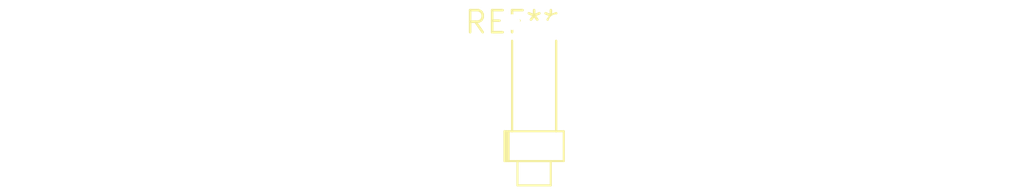
<source format=kicad_pcb>
(kicad_pcb (version 20240108) (generator pcbnew)
  (layers (0 "F.Cu" signal) (31 "B.Cu" signal) (34 "B.Paste" user) (35 "F.Paste" user) (36 "B.SilkS" user "B.Silkscreen") (37 "F.SilkS" user "F.Silkscreen") (38 "B.Mask" user) (39 "F.Mask" user) (44 "Edge.Cuts" user))
  (net 0 "")
  (footprint "LED_D1.8mm_W1.8mm_H2.4mm_Horizontal_O6.35mm_Z1.6mm" (layer "F.Cu") (at 0 0)
    (property "Reference" "REF**")
    (property "Value" "LED_D1.8mm_W1.8mm_H2.4mm_Horizontal_O6.35mm_Z1.6mm")
    (fp_line (start -0.44 6.29) (end -0.44 8.01) (layer "F.SilkS") (stroke (width 0.12)))
    (fp_line (start -0.44 8.01) (end 2.98 8.01) (layer "F.SilkS") (stroke (width 0.12)))
    (fp_line (start -0.32 6.29) (end -0.32 8.01) (layer "F.SilkS") (stroke (width 0.12)))
    (fp_line (start -0.2 6.29) (end -0.2 8.01) (layer "F.SilkS") (stroke (width 0.12)))
    (fp_line (start 0 1.08) (end 0 1.08) (layer "F.SilkS") (stroke (width 0.12)))
    (fp_line (start 0 1.08) (end 0 6.29) (layer "F.SilkS") (stroke (width 0.12)))
    (fp_line (start 0 6.29) (end 0 1.08) (layer "F.SilkS") (stroke (width 0.12)))
    (fp_line (start 0 6.29) (end 0 6.29) (layer "F.SilkS") (stroke (width 0.12)))
    (fp_line (start 0.31 8.01) (end 0.31 9.41) (layer "F.SilkS") (stroke (width 0.12)))
    (fp_line (start 0.31 9.41) (end 2.23 9.41) (layer "F.SilkS") (stroke (width 0.12)))
    (fp_line (start 2.23 8.01) (end 0.31 8.01) (layer "F.SilkS") (stroke (width 0.12)))
    (fp_line (start 2.23 9.41) (end 2.23 8.01) (layer "F.SilkS") (stroke (width 0.12)))
    (fp_line (start 2.54 1.08) (end 2.54 1.08) (layer "F.SilkS") (stroke (width 0.12)))
    (fp_line (start 2.54 1.08) (end 2.54 6.29) (layer "F.SilkS") (stroke (width 0.12)))
    (fp_line (start 2.54 6.29) (end 2.54 1.08) (layer "F.SilkS") (stroke (width 0.12)))
    (fp_line (start 2.54 6.29) (end 2.54 6.29) (layer "F.SilkS") (stroke (width 0.12)))
    (fp_line (start 2.98 6.29) (end -0.44 6.29) (layer "F.SilkS") (stroke (width 0.12)))
    (fp_line (start 2.98 8.01) (end 2.98 6.29) (layer "F.SilkS") (stroke (width 0.12)))
    (pad "1" thru_hole rect (at 0 0) (size 1.8 1.8) (drill 0.9) (layers *.Cu *.Mask) (remove_unused_layers))
    (pad "2" thru_hole circle (at 2.54 0) (size 1.8 1.8) (drill 0.9) (layers *.Cu *.Mask) (remove_unused_layers))
  )
)
</source>
